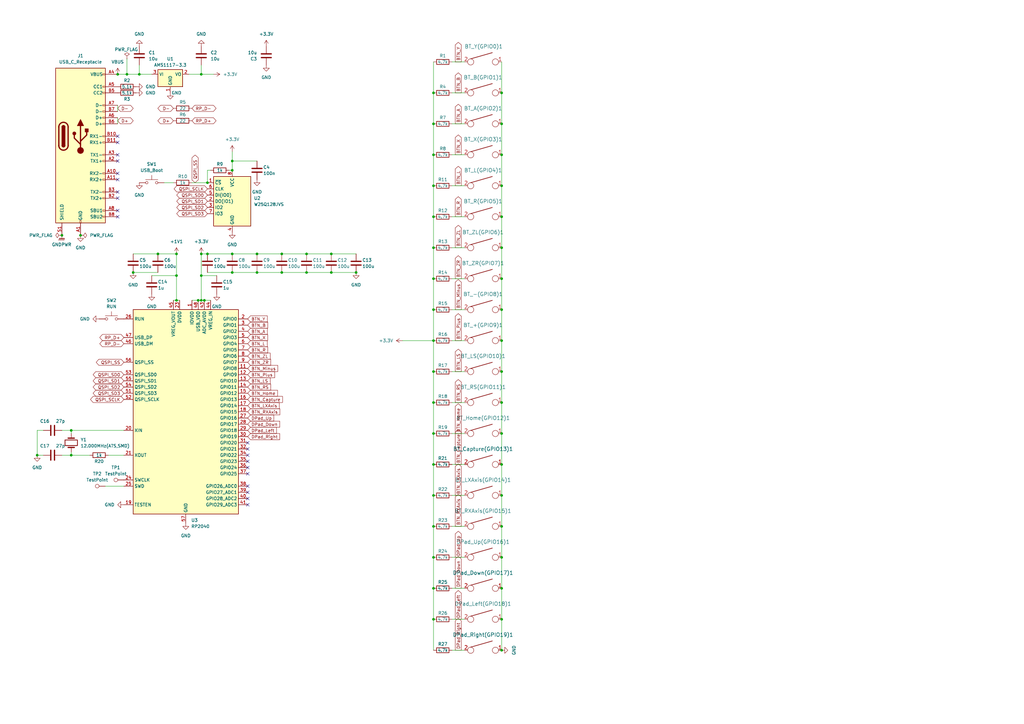
<source format=kicad_sch>
(kicad_sch (version 20230121) (generator eeschema)
  (paper "A3")
  (lib_symbols
    (symbol "Connector:TestPoint" (pin_numbers hide) (pin_names (offset 0.762) hide)
      (property "Reference" "TP" (at 0 6.858 0))
      (property "Value" "TestPoint" (at 0 5.08 0))
      (symbol "TestPoint_1_1"
        (pin passive line (at 0 0 90) (length 2.54) (name "1") (number "1"))
      )
    )
    (symbol "Connector:USB_C_Receptacle" (pin_names (offset 1.016))
      (property "Reference" "J" (at -10.16 29.21 0))
      (property "Value" "USB_C_Receptacle" (at 10.16 29.21 0))
      (symbol "USB_C_Receptacle_1_1"
        (pin passive line (at 0 -40.64 90) (length 5.08) (name "GND") (number "A1"))
        (pin bidirectional line (at 15.24 -15.24 180) (length 5.08) (name "RX2-") (number "A10"))
        (pin bidirectional line (at 15.24 -17.78 180) (length 5.08) (name "RX2+") (number "A11"))
        (pin passive line (at 0 -40.64 90) (length 5.08) hide (name "GND") (number "A12"))
        (pin bidirectional line (at 15.24 -10.16 180) (length 5.08) (name "TX1+") (number "A2"))
        (pin bidirectional line (at 15.24 -7.62 180) (length 5.08) (name "TX1-") (number "A3"))
        (pin passive line (at 15.24 25.4 180) (length 5.08) (name "VBUS") (number "A4"))
        (pin bidirectional line (at 15.24 20.32 180) (length 5.08) (name "CC1") (number "A5"))
        (pin bidirectional line (at 15.24 7.62 180) (length 5.08) (name "D+") (number "A6"))
        (pin bidirectional line (at 15.24 12.7 180) (length 5.08) (name "D-") (number "A7"))
        (pin bidirectional line (at 15.24 -30.48 180) (length 5.08) (name "SBU1") (number "A8"))
        (pin passive line (at 15.24 25.4 180) (length 5.08) hide (name "VBUS") (number "A9"))
        (pin passive line (at 0 -40.64 90) (length 5.08) hide (name "GND") (number "B1"))
        (pin bidirectional line (at 15.24 0 180) (length 5.08) (name "RX1-") (number "B10"))
        (pin bidirectional line (at 15.24 -2.54 180) (length 5.08) (name "RX1+") (number "B11"))
        (pin passive line (at 0 -40.64 90) (length 5.08) hide (name "GND") (number "B12"))
        (pin bidirectional line (at 15.24 -25.4 180) (length 5.08) (name "TX2+") (number "B2"))
        (pin bidirectional line (at 15.24 -22.86 180) (length 5.08) (name "TX2-") (number "B3"))
        (pin passive line (at 15.24 25.4 180) (length 5.08) hide (name "VBUS") (number "B4"))
        (pin bidirectional line (at 15.24 17.78 180) (length 5.08) (name "CC2") (number "B5"))
        (pin bidirectional line (at 15.24 5.08 180) (length 5.08) (name "D+") (number "B6"))
        (pin bidirectional line (at 15.24 10.16 180) (length 5.08) (name "D-") (number "B7"))
        (pin bidirectional line (at 15.24 -33.02 180) (length 5.08) (name "SBU2") (number "B8"))
        (pin passive line (at 15.24 25.4 180) (length 5.08) hide (name "VBUS") (number "B9"))
        (pin passive line (at -7.62 -40.64 90) (length 5.08) (name "SHIELD") (number "S1"))
      )
    )
    (symbol "Device:C" (pin_numbers hide) (pin_names (offset 0.254))
      (property "Reference" "C" (at 0.635 2.54 0))
      (property "Value" "C" (at 0.635 -2.54 0))
      (symbol "C_1_1"
        (pin passive line (at 0 3.81 270) (length 2.794) (name "~") (number "1"))
        (pin passive line (at 0 -3.81 90) (length 2.794) (name "~") (number "2"))
      )
    )
    (symbol "Device:Crystal" (pin_numbers hide) (pin_names (offset 1.016) hide)
      (property "Reference" "Y" (at 0 3.81 0))
      (property "Value" "Crystal" (at 0 -3.81 0))
      (symbol "Crystal_1_1"
        (pin passive line (at -3.81 0 0) (length 1.27) (name "1") (number "1"))
        (pin passive line (at 3.81 0 180) (length 1.27) (name "2") (number "2"))
      )
    )
    (symbol "Device:R" (pin_numbers hide) (pin_names (offset 0))
      (property "Reference" "R" (at 2.032 0 90))
      (property "Value" "R" (at 0 0 90))
      (symbol "R_1_1"
        (pin passive line (at 0 3.81 270) (length 1.27) (name "~") (number "1"))
        (pin passive line (at 0 -3.81 90) (length 1.27) (name "~") (number "2"))
      )
    )
    (symbol "MCU_RaspberryPi:RP2040"
      (property "Reference" "U" (at 17.78 45.72 0))
      (property "Value" "RP2040" (at 17.78 43.18 0))
      (symbol "RP2040_1_1"
        (pin power_in line (at 2.54 45.72 270) (length 3.81) (name "IOVDD") (number "1"))
        (pin passive line (at 2.54 45.72 270) (length 3.81) hide (name "IOVDD") (number "10"))
        (pin bidirectional line (at 25.4 17.78 180) (length 3.81) (name "GPIO8") (number "11"))
        (pin bidirectional line (at 25.4 15.24 180) (length 3.81) (name "GPIO9") (number "12"))
        (pin bidirectional line (at 25.4 12.7 180) (length 3.81) (name "GPIO10") (number "13"))
        (pin bidirectional line (at 25.4 10.16 180) (length 3.81) (name "GPIO11") (number "14"))
        (pin bidirectional line (at 25.4 7.62 180) (length 3.81) (name "GPIO12") (number "15"))
        (pin bidirectional line (at 25.4 5.08 180) (length 3.81) (name "GPIO13") (number "16"))
        (pin bidirectional line (at 25.4 2.54 180) (length 3.81) (name "GPIO14") (number "17"))
        (pin bidirectional line (at 25.4 0 180) (length 3.81) (name "GPIO15") (number "18"))
        (pin input line (at -25.4 -38.1 0) (length 3.81) (name "TESTEN") (number "19"))
        (pin bidirectional line (at 25.4 38.1 180) (length 3.81) (name "GPIO0") (number "2"))
        (pin input line (at -25.4 -7.62 0) (length 3.81) (name "XIN") (number "20"))
        (pin passive line (at -25.4 -17.78 0) (length 3.81) (name "XOUT") (number "21"))
        (pin passive line (at 2.54 45.72 270) (length 3.81) hide (name "IOVDD") (number "22"))
        (pin power_in line (at -2.54 45.72 270) (length 3.81) (name "DVDD") (number "23"))
        (pin input line (at -25.4 -27.94 0) (length 3.81) (name "SWCLK") (number "24"))
        (pin bidirectional line (at -25.4 -30.48 0) (length 3.81) (name "SWD") (number "25"))
        (pin input line (at -25.4 38.1 0) (length 3.81) (name "RUN") (number "26"))
        (pin bidirectional line (at 25.4 -2.54 180) (length 3.81) (name "GPIO16") (number "27"))
        (pin bidirectional line (at 25.4 -5.08 180) (length 3.81) (name "GPIO17") (number "28"))
        (pin bidirectional line (at 25.4 -7.62 180) (length 3.81) (name "GPIO18") (number "29"))
        (pin bidirectional line (at 25.4 35.56 180) (length 3.81) (name "GPIO1") (number "3"))
        (pin bidirectional line (at 25.4 -10.16 180) (length 3.81) (name "GPIO19") (number "30"))
        (pin bidirectional line (at 25.4 -12.7 180) (length 3.81) (name "GPIO20") (number "31"))
        (pin bidirectional line (at 25.4 -15.24 180) (length 3.81) (name "GPIO21") (number "32"))
        (pin passive line (at 2.54 45.72 270) (length 3.81) hide (name "IOVDD") (number "33"))
        (pin bidirectional line (at 25.4 -17.78 180) (length 3.81) (name "GPIO22") (number "34"))
        (pin bidirectional line (at 25.4 -20.32 180) (length 3.81) (name "GPIO23") (number "35"))
        (pin bidirectional line (at 25.4 -22.86 180) (length 3.81) (name "GPIO24") (number "36"))
        (pin bidirectional line (at 25.4 -25.4 180) (length 3.81) (name "GPIO25") (number "37"))
        (pin bidirectional line (at 25.4 -30.48 180) (length 3.81) (name "GPIO26_ADC0") (number "38"))
        (pin bidirectional line (at 25.4 -33.02 180) (length 3.81) (name "GPIO27_ADC1") (number "39"))
        (pin bidirectional line (at 25.4 33.02 180) (length 3.81) (name "GPIO2") (number "4"))
        (pin bidirectional line (at 25.4 -35.56 180) (length 3.81) (name "GPIO28_ADC2") (number "40"))
        (pin bidirectional line (at 25.4 -38.1 180) (length 3.81) (name "GPIO29_ADC3") (number "41"))
        (pin passive line (at 2.54 45.72 270) (length 3.81) hide (name "IOVDD") (number "42"))
        (pin power_in line (at 7.62 45.72 270) (length 3.81) (name "ADC_AVDD") (number "43"))
        (pin power_in line (at 10.16 45.72 270) (length 3.81) (name "VREG_IN") (number "44"))
        (pin power_out line (at -5.08 45.72 270) (length 3.81) (name "VREG_VOUT") (number "45"))
        (pin bidirectional line (at -25.4 27.94 0) (length 3.81) (name "USB_DM") (number "46"))
        (pin bidirectional line (at -25.4 30.48 0) (length 3.81) (name "USB_DP") (number "47"))
        (pin power_in line (at 5.08 45.72 270) (length 3.81) (name "USB_VDD") (number "48"))
        (pin passive line (at 2.54 45.72 270) (length 3.81) hide (name "IOVDD") (number "49"))
        (pin bidirectional line (at 25.4 30.48 180) (length 3.81) (name "GPIO3") (number "5"))
        (pin passive line (at -2.54 45.72 270) (length 3.81) hide (name "DVDD") (number "50"))
        (pin bidirectional line (at -25.4 7.62 0) (length 3.81) (name "QSPI_SD3") (number "51"))
        (pin output line (at -25.4 5.08 0) (length 3.81) (name "QSPI_SCLK") (number "52"))
        (pin bidirectional line (at -25.4 15.24 0) (length 3.81) (name "QSPI_SD0") (number "53"))
        (pin bidirectional line (at -25.4 10.16 0) (length 3.81) (name "QSPI_SD2") (number "54"))
        (pin bidirectional line (at -25.4 12.7 0) (length 3.81) (name "QSPI_SD1") (number "55"))
        (pin bidirectional line (at -25.4 20.32 0) (length 3.81) (name "QSPI_SS") (number "56"))
        (pin power_in line (at 0 -45.72 90) (length 3.81) (name "GND") (number "57"))
        (pin bidirectional line (at 25.4 27.94 180) (length 3.81) (name "GPIO4") (number "6"))
        (pin bidirectional line (at 25.4 25.4 180) (length 3.81) (name "GPIO5") (number "7"))
        (pin bidirectional line (at 25.4 22.86 180) (length 3.81) (name "GPIO6") (number "8"))
        (pin bidirectional line (at 25.4 20.32 180) (length 3.81) (name "GPIO7") (number "9"))
      )
    )
    (symbol "Memory_Flash:W25Q128JVS"
      (property "Reference" "U" (at -8.89 8.89 0))
      (property "Value" "W25Q128JVS" (at 7.62 8.89 0))
      (symbol "W25Q128JVS_1_1"
        (pin input line (at -10.16 7.62 0) (length 2.54) (name "~{CS}") (number "1"))
        (pin bidirectional line (at -10.16 0 0) (length 2.54) (name "DO(IO1)") (number "2"))
        (pin bidirectional line (at -10.16 -2.54 0) (length 2.54) (name "IO2") (number "3"))
        (pin power_in line (at 0 -12.7 90) (length 2.54) (name "GND") (number "4"))
        (pin bidirectional line (at -10.16 2.54 0) (length 2.54) (name "DI(IO0)") (number "5"))
        (pin input line (at -10.16 5.08 0) (length 2.54) (name "CLK") (number "6"))
        (pin bidirectional line (at -10.16 -5.08 0) (length 2.54) (name "IO3") (number "7"))
        (pin power_in line (at 0 12.7 270) (length 2.54) (name "VCC") (number "8"))
      )
    )
    (symbol "Regulator_Linear:AMS1117-3.3"
      (property "Reference" "U" (at -3.81 3.175 0))
      (property "Value" "AMS1117-3.3" (at 0 3.175 0))
      (symbol "AMS1117-3.3_1_1"
        (pin power_in line (at 0 -7.62 90) (length 2.54) (name "GND") (number "1"))
        (pin power_out line (at 7.62 0 180) (length 2.54) (name "VO") (number "2"))
        (pin power_in line (at -7.62 0 0) (length 2.54) (name "VI") (number "3"))
      )
    )
    (symbol "Switch:SW_Push" (pin_numbers hide) (pin_names (offset 1.016) hide)
      (property "Reference" "SW" (at 1.27 2.54 0))
      (property "Value" "SW_Push" (at 0 -1.524 0))
      (symbol "SW_Push_0_1"
        (pin passive line (at -5.08 0 0) (length 2.54) (name "1") (number "1"))
        (pin passive line (at 5.08 0 180) (length 2.54) (name "2") (number "2"))
      )
    )
    (symbol "keyboard_parts:KEYSW" (pin_names (offset 1.016))
      (property "Reference" "K?" (at -1.27 0 0))
      (symbol "KEYSW_1_1"
        (pin passive line (at 7.62 0 180) (length 1.27) (name "~") (number "1"))
        (pin passive line (at -7.62 0 0) (length 1.27) (name "~") (number "2"))
      )
    )
    (symbol "power:+1V1" (power) (pin_names (offset 0))
      (property "Value" "+1V1" (at 0 3.556 0))
      (symbol "+1V1_1_1"
        (pin power_in line (at 0 0 90) (length 0) hide (name "+1V1") (number "1"))
      )
    )
    (symbol "power:+3.3V" (power) (pin_names (offset 0))
      (property "Value" "+3.3V" (at 0 3.556 0))
      (symbol "+3.3V_1_1"
        (pin power_in line (at 0 0 90) (length 0) hide (name "+3.3V") (number "1"))
      )
    )
    (symbol "power:GND" (power) (pin_names (offset 0))
      (property "Value" "GND" (at 0 -3.81 0))
      (symbol "GND_1_1"
        (pin power_in line (at 0 0 270) (length 0) hide (name "GND") (number "1"))
      )
    )
    (symbol "power:GNDPWR" (power) (pin_names (offset 0))
      (property "Value" "GNDPWR" (at 0 -3.302 0))
      (symbol "GNDPWR_1_1"
        (pin power_in line (at 0 0 270) (length 0) hide (name "GNDPWR") (number "1"))
      )
    )
    (symbol "power:PWR_FLAG" (power) (pin_numbers hide) (pin_names (offset 0) hide)
      (property "Value" "PWR_FLAG" (at 0 3.81 0))
      (symbol "PWR_FLAG_0_0"
        (pin power_out line (at 0 0 90) (length 0) (name "pwr") (number "1"))
      )
    )
    (symbol "power:VBUS" (power) (pin_names (offset 0))
      (property "Value" "VBUS" (at 0 3.81 0))
      (symbol "VBUS_1_1"
        (pin power_in line (at 0 0 90) (length 0) hide (name "VBUS") (number "1"))
      )
    )
  )
  (junction (at 177.8 88.9))
  (junction (at 177.8 165.1))
  (junction (at 72.39 104.14))
  (junction (at 125.73 111.76))
  (junction (at 135.89 111.76))
  (junction (at 177.8 114.3))
  (junction (at 205.74 38.1))
  (junction (at 82.55 113.03))
  (junction (at 205.74 101.6))
  (junction (at 177.8 139.7))
  (junction (at 48.26 30.48))
  (junction (at 95.25 69.85))
  (junction (at 72.39 113.03))
  (junction (at 177.8 203.2))
  (junction (at 64.77 104.14))
  (junction (at 205.74 165.1))
  (junction (at 205.74 203.2))
  (junction (at 205.74 76.2))
  (junction (at 25.4 96.52))
  (junction (at 105.41 111.76))
  (junction (at 205.74 114.3))
  (junction (at 205.74 127))
  (junction (at 105.41 104.14))
  (junction (at 72.39 123.19))
  (junction (at 177.8 50.8))
  (junction (at 205.74 50.8))
  (junction (at 125.73 104.14))
  (junction (at 177.8 190.5))
  (junction (at 115.57 104.14))
  (junction (at 82.55 30.48))
  (junction (at 83.82 123.19))
  (junction (at 82.55 123.19))
  (junction (at 33.02 96.52))
  (junction (at 205.74 190.5))
  (junction (at 177.8 127))
  (junction (at 177.8 228.6))
  (junction (at 205.74 228.6))
  (junction (at 205.74 63.5))
  (junction (at 205.74 215.9))
  (junction (at 177.8 76.2))
  (junction (at 52.07 30.48))
  (junction (at 205.74 241.3))
  (junction (at 177.8 63.5))
  (junction (at 177.8 177.8))
  (junction (at 177.8 254))
  (junction (at 177.8 215.9))
  (junction (at 205.74 88.9))
  (junction (at 85.09 104.14))
  (junction (at 85.09 74.93))
  (junction (at 29.21 186.69))
  (junction (at 205.74 177.8))
  (junction (at 115.57 111.76))
  (junction (at 15.24 186.69))
  (junction (at 205.74 139.7))
  (junction (at 29.21 176.53))
  (junction (at 135.89 104.14))
  (junction (at 177.8 38.1))
  (junction (at 205.74 152.4))
  (junction (at 205.74 266.7))
  (junction (at 205.74 254))
  (junction (at 177.8 152.4))
  (junction (at 177.8 101.6))
  (junction (at 81.28 123.19))
  (junction (at 146.05 111.76))
  (junction (at 57.15 30.48))
  (junction (at 95.25 66.04))
  (junction (at 95.25 104.14))
  (junction (at 177.8 241.3))
  (junction (at 95.25 111.76))
  (junction (at 82.55 104.14))
  (junction (at 54.61 111.76))
  (no_connect (at 101.6 191.77))
  (no_connect (at 48.26 73.66))
  (no_connect (at 101.6 184.15))
  (no_connect (at 101.6 199.39))
  (no_connect (at 48.26 86.36))
  (no_connect (at 48.26 78.74))
  (no_connect (at 101.6 186.69))
  (no_connect (at 101.6 194.31))
  (no_connect (at 48.26 55.88))
  (no_connect (at 48.26 88.9))
  (no_connect (at 101.6 189.23))
  (no_connect (at 101.6 207.01))
  (no_connect (at 101.6 201.93))
  (no_connect (at 48.26 71.12))
  (no_connect (at 48.26 63.5))
  (no_connect (at 48.26 66.04))
  (no_connect (at 48.26 81.28))
  (no_connect (at 101.6 204.47))
  (no_connect (at 101.6 181.61))
  (no_connect (at 48.26 58.42))
  (wire (pts (xy 25.4 176.53) (xy 29.21 176.53)))
  (wire (pts (xy 85.09 111.76) (xy 95.25 111.76)))
  (wire (pts (xy 177.8 88.9) (xy 177.8 101.6)))
  (wire (pts (xy 205.74 63.5) (xy 205.74 76.2)))
  (wire (pts (xy 15.24 176.53) (xy 15.24 186.69)))
  (wire (pts (xy 185.42 25.4) (xy 190.5 25.4)))
  (wire (pts (xy 81.28 123.19) (xy 82.55 123.19)))
  (wire (pts (xy 85.09 104.14) (xy 95.25 104.14)))
  (wire (pts (xy 72.39 123.19) (xy 73.66 123.19)))
  (wire (pts (xy 43.18 199.39) (xy 50.8 199.39)))
  (wire (pts (xy 177.8 203.2) (xy 177.8 215.9)))
  (wire (pts (xy 52.07 30.48) (xy 57.15 30.48)))
  (wire (pts (xy 44.45 186.69) (xy 50.8 186.69)))
  (wire (pts (xy 29.21 176.53) (xy 29.21 177.8)))
  (wire (pts (xy 205.74 101.6) (xy 205.74 114.3)))
  (wire (pts (xy 205.74 127) (xy 205.74 139.7)))
  (wire (pts (xy 93.98 69.85) (xy 95.25 69.85)))
  (wire (pts (xy 185.42 190.5) (xy 190.5 190.5)))
  (wire (pts (xy 72.39 104.14) (xy 72.39 113.03)))
  (wire (pts (xy 95.25 62.23) (xy 95.25 66.04)))
  (wire (pts (xy 185.42 114.3) (xy 190.5 114.3)))
  (wire (pts (xy 177.8 101.6) (xy 177.8 114.3)))
  (wire (pts (xy 71.12 74.93) (xy 67.31 74.93)))
  (wire (pts (xy 54.61 104.14) (xy 64.77 104.14)))
  (wire (pts (xy 205.74 152.4) (xy 205.74 165.1)))
  (wire (pts (xy 205.74 177.8) (xy 205.74 190.5)))
  (wire (pts (xy 185.42 101.6) (xy 190.5 101.6)))
  (wire (pts (xy 177.8 254) (xy 177.8 266.7)))
  (wire (pts (xy 185.42 266.7) (xy 190.5 266.7)))
  (wire (pts (xy 205.74 50.8) (xy 205.74 63.5)))
  (wire (pts (xy 205.74 25.4) (xy 205.74 38.1)))
  (wire (pts (xy 177.8 152.4) (xy 177.8 165.1)))
  (wire (pts (xy 185.42 38.1) (xy 190.5 38.1)))
  (wire (pts (xy 78.74 123.19) (xy 81.28 123.19)))
  (wire (pts (xy 57.15 26.67) (xy 57.15 30.48)))
  (wire (pts (xy 72.39 113.03) (xy 72.39 123.19)))
  (wire (pts (xy 205.74 114.3) (xy 205.74 127)))
  (wire (pts (xy 205.74 215.9) (xy 205.74 228.6)))
  (wire (pts (xy 52.07 24.13) (xy 52.07 30.48)))
  (wire (pts (xy 86.36 69.85) (xy 85.09 69.85)))
  (wire (pts (xy 82.55 26.67) (xy 82.55 30.48)))
  (wire (pts (xy 185.42 152.4) (xy 190.5 152.4)))
  (wire (pts (xy 82.55 123.19) (xy 83.82 123.19)))
  (wire (pts (xy 125.73 111.76) (xy 135.89 111.76)))
  (wire (pts (xy 29.21 186.69) (xy 29.21 185.42)))
  (wire (pts (xy 85.09 69.85) (xy 85.09 74.93)))
  (wire (pts (xy 205.74 241.3) (xy 205.74 254)))
  (wire (pts (xy 177.8 190.5) (xy 177.8 203.2)))
  (wire (pts (xy 205.74 139.7) (xy 205.74 152.4)))
  (wire (pts (xy 115.57 104.14) (xy 125.73 104.14)))
  (wire (pts (xy 177.8 165.1) (xy 177.8 177.8)))
  (wire (pts (xy 205.74 88.9) (xy 205.74 101.6)))
  (wire (pts (xy 185.42 228.6) (xy 190.5 228.6)))
  (wire (pts (xy 115.57 111.76) (xy 125.73 111.76)))
  (wire (pts (xy 83.82 123.19) (xy 86.36 123.19)))
  (wire (pts (xy 105.41 111.76) (xy 115.57 111.76)))
  (wire (pts (xy 177.8 63.5) (xy 177.8 76.2)))
  (wire (pts (xy 185.42 76.2) (xy 190.5 76.2)))
  (wire (pts (xy 82.55 104.14) (xy 82.55 113.03)))
  (wire (pts (xy 185.42 177.8) (xy 190.5 177.8)))
  (wire (pts (xy 105.41 104.14) (xy 115.57 104.14)))
  (wire (pts (xy 165.1 139.7) (xy 177.8 139.7)))
  (wire (pts (xy 185.42 241.3) (xy 190.5 241.3)))
  (wire (pts (xy 185.42 203.2) (xy 190.5 203.2)))
  (wire (pts (xy 185.42 215.9) (xy 190.5 215.9)))
  (wire (pts (xy 95.25 111.76) (xy 105.41 111.76)))
  (wire (pts (xy 177.8 50.8) (xy 177.8 63.5)))
  (wire (pts (xy 50.8 176.53) (xy 29.21 176.53)))
  (wire (pts (xy 25.4 186.69) (xy 29.21 186.69)))
  (wire (pts (xy 177.8 127) (xy 177.8 139.7)))
  (wire (pts (xy 15.24 186.69) (xy 17.78 186.69)))
  (wire (pts (xy 62.23 113.03) (xy 72.39 113.03)))
  (wire (pts (xy 177.8 215.9) (xy 177.8 228.6)))
  (wire (pts (xy 177.8 38.1) (xy 177.8 50.8)))
  (wire (pts (xy 205.74 190.5) (xy 205.74 203.2)))
  (wire (pts (xy 177.8 241.3) (xy 177.8 254)))
  (wire (pts (xy 87.63 30.48) (xy 82.55 30.48)))
  (wire (pts (xy 135.89 111.76) (xy 146.05 111.76)))
  (wire (pts (xy 177.8 139.7) (xy 177.8 152.4)))
  (wire (pts (xy 54.61 111.76) (xy 64.77 111.76)))
  (wire (pts (xy 205.74 254) (xy 205.74 266.7)))
  (wire (pts (xy 185.42 63.5) (xy 190.5 63.5)))
  (wire (pts (xy 78.74 74.93) (xy 85.09 74.93)))
  (wire (pts (xy 29.21 186.69) (xy 36.83 186.69)))
  (wire (pts (xy 82.55 104.14) (xy 85.09 104.14)))
  (wire (pts (xy 205.74 165.1) (xy 205.74 177.8)))
  (wire (pts (xy 95.25 66.04) (xy 95.25 69.85)))
  (wire (pts (xy 177.8 114.3) (xy 177.8 127)))
  (wire (pts (xy 185.42 88.9) (xy 190.5 88.9)))
  (wire (pts (xy 185.42 165.1) (xy 190.5 165.1)))
  (wire (pts (xy 185.42 50.8) (xy 190.5 50.8)))
  (wire (pts (xy 177.8 228.6) (xy 177.8 241.3)))
  (wire (pts (xy 82.55 113.03) (xy 82.55 123.19)))
  (wire (pts (xy 185.42 127) (xy 190.5 127)))
  (wire (pts (xy 48.26 48.26) (xy 48.26 50.8)))
  (wire (pts (xy 205.74 76.2) (xy 205.74 88.9)))
  (wire (pts (xy 17.78 176.53) (xy 15.24 176.53)))
  (wire (pts (xy 95.25 66.04) (xy 105.41 66.04)))
  (wire (pts (xy 177.8 25.4) (xy 177.8 38.1)))
  (wire (pts (xy 48.26 43.18) (xy 48.26 45.72)))
  (wire (pts (xy 177.8 177.8) (xy 177.8 190.5)))
  (wire (pts (xy 185.42 254) (xy 190.5 254)))
  (wire (pts (xy 135.89 104.14) (xy 146.05 104.14)))
  (wire (pts (xy 82.55 113.03) (xy 88.9 113.03)))
  (wire (pts (xy 177.8 76.2) (xy 177.8 88.9)))
  (wire (pts (xy 71.12 123.19) (xy 72.39 123.19)))
  (wire (pts (xy 185.42 139.7) (xy 190.5 139.7)))
  (wire (pts (xy 125.73 104.14) (xy 135.89 104.14)))
  (wire (pts (xy 64.77 104.14) (xy 72.39 104.14)))
  (wire (pts (xy 205.74 38.1) (xy 205.74 50.8)))
  (wire (pts (xy 57.15 30.48) (xy 62.23 30.48)))
  (wire (pts (xy 205.74 228.6) (xy 205.74 241.3)))
  (wire (pts (xy 48.26 30.48) (xy 52.07 30.48)))
  (wire (pts (xy 77.47 30.48) (xy 82.55 30.48)))
  (wire (pts (xy 205.74 203.2) (xy 205.74 215.9)))
  (wire (pts (xy 95.25 104.14) (xy 105.41 104.14)))
  (global_label "BTN_L" (shape output) (at 187.96 76.2 90) (property "Intersheetrefs" "${INTERSHEET_REFS}" (effects hide)))
  (global_label "RP_D-" (shape bidirectional) (at 50.8 140.97 180) (property "Intersheetrefs" "${INTERSHEET_REFS}" (effects hide)))
  (global_label "QSPI_SS" (shape bidirectional) (at 50.8 148.59 180) (property "Intersheetrefs" "${INTERSHEET_REFS}" (effects hide)))
  (global_label "BTN_LS" (shape input) (at 101.6 156.21 0) (property "Intersheetrefs" "${INTERSHEET_REFS}" (effects hide)))
  (global_label "BTN_R" (shape output) (at 187.96 88.9 90) (property "Intersheetrefs" "${INTERSHEET_REFS}" (effects hide)))
  (global_label "BTN_LXAxis" (shape input) (at 101.6 166.37 0) (property "Intersheetrefs" "${INTERSHEET_REFS}" (effects hide)))
  (global_label "BTN_Minus" (shape input) (at 101.6 151.13 0) (property "Intersheetrefs" "${INTERSHEET_REFS}" (effects hide)))
  (global_label "BTN_B" (shape output) (at 187.96 38.1 90) (property "Intersheetrefs" "${INTERSHEET_REFS}" (effects hide)))
  (global_label "DPad_Right" (shape input) (at 101.6 179.07 0) (property "Intersheetrefs" "${INTERSHEET_REFS}" (effects hide)))
  (global_label "QSPI_SD3" (shape bidirectional) (at 50.8 161.29 180) (property "Intersheetrefs" "${INTERSHEET_REFS}" (effects hide)))
  (global_label "RP_D+" (shape bidirectional) (at 78.74 49.53 0) (property "Intersheetrefs" "${INTERSHEET_REFS}" (effects hide)))
  (global_label "QSPI_SD3" (shape bidirectional) (at 85.09 87.63 180) (property "Intersheetrefs" "${INTERSHEET_REFS}" (effects hide)))
  (global_label "DPad_Left" (shape input) (at 101.6 176.53 0) (property "Intersheetrefs" "${INTERSHEET_REFS}" (effects hide)))
  (global_label "D-" (shape bidirectional) (at 71.12 44.45 180) (property "Intersheetrefs" "${INTERSHEET_REFS}" (effects hide)))
  (global_label "BTN_Minus" (shape output) (at 187.96 127 90) (property "Intersheetrefs" "${INTERSHEET_REFS}" (effects hide)))
  (global_label "BTN_Y" (shape output) (at 187.96 25.4 90) (property "Intersheetrefs" "${INTERSHEET_REFS}" (effects hide)))
  (global_label "DPad_Up" (shape input) (at 101.6 171.45 0) (property "Intersheetrefs" "${INTERSHEET_REFS}" (effects hide)))
  (global_label "DPad_Down" (shape input) (at 101.6 173.99 0) (property "Intersheetrefs" "${INTERSHEET_REFS}" (effects hide)))
  (global_label "BTN_RXAxis" (shape output) (at 187.96 215.9 90) (property "Intersheetrefs" "${INTERSHEET_REFS}" (effects hide)))
  (global_label "DPad_Left" (shape output) (at 187.96 254 90) (property "Intersheetrefs" "${INTERSHEET_REFS}" (effects hide)))
  (global_label "QSPI_SCLK" (shape bidirectional) (at 85.09 77.47 180) (property "Intersheetrefs" "${INTERSHEET_REFS}" (effects hide)))
  (global_label "RP_D+" (shape bidirectional) (at 50.8 138.43 180) (property "Intersheetrefs" "${INTERSHEET_REFS}" (effects hide)))
  (global_label "QSPI_SD1" (shape bidirectional) (at 50.8 156.21 180) (property "Intersheetrefs" "${INTERSHEET_REFS}" (effects hide)))
  (global_label "BTN_ZR" (shape output) (at 187.96 114.3 90) (property "Intersheetrefs" "${INTERSHEET_REFS}" (effects hide)))
  (global_label "BTN_Y" (shape input) (at 101.6 130.81 0) (property "Intersheetrefs" "${INTERSHEET_REFS}" (effects hide)))
  (global_label "DPad_Up" (shape output) (at 187.96 228.6 90) (property "Intersheetrefs" "${INTERSHEET_REFS}" (effects hide)))
  (global_label "RP_D-" (shape bidirectional) (at 78.74 44.45 0) (property "Intersheetrefs" "${INTERSHEET_REFS}" (effects hide)))
  (global_label "QSPI_SD0" (shape bidirectional) (at 85.09 80.01 180) (property "Intersheetrefs" "${INTERSHEET_REFS}" (effects hide)))
  (global_label "DPad_Down" (shape output) (at 187.96 241.3 90) (property "Intersheetrefs" "${INTERSHEET_REFS}" (effects hide)))
  (global_label "BTN_Capture" (shape output) (at 187.96 190.5 90) (property "Intersheetrefs" "${INTERSHEET_REFS}" (effects hide)))
  (global_label "QSPI_SS" (shape bidirectional) (at 80.01 74.93 90) (property "Intersheetrefs" "${INTERSHEET_REFS}" (effects hide)))
  (global_label "D+" (shape bidirectional) (at 48.26 49.53 0) (property "Intersheetrefs" "${INTERSHEET_REFS}" (effects hide)))
  (global_label "BTN_LS" (shape output) (at 187.96 152.4 90) (property "Intersheetrefs" "${INTERSHEET_REFS}" (effects hide)))
  (global_label "BTN_L" (shape input) (at 101.6 140.97 0) (property "Intersheetrefs" "${INTERSHEET_REFS}" (effects hide)))
  (global_label "QSPI_SD1" (shape bidirectional) (at 85.09 82.55 180) (property "Intersheetrefs" "${INTERSHEET_REFS}" (effects hide)))
  (global_label "DPad_Right" (shape output) (at 187.96 266.7 90) (property "Intersheetrefs" "${INTERSHEET_REFS}" (effects hide)))
  (global_label "BTN_B" (shape input) (at 101.6 133.35 0) (property "Intersheetrefs" "${INTERSHEET_REFS}" (effects hide)))
  (global_label "BTN_Plus" (shape output) (at 187.96 139.7 90) (property "Intersheetrefs" "${INTERSHEET_REFS}" (effects hide)))
  (global_label "BTN_RXAxis" (shape input) (at 101.6 168.91 0) (property "Intersheetrefs" "${INTERSHEET_REFS}" (effects hide)))
  (global_label "D-" (shape bidirectional) (at 48.26 44.45 0) (property "Intersheetrefs" "${INTERSHEET_REFS}" (effects hide)))
  (global_label "BTN_LXAxis" (shape output) (at 187.96 203.2 90) (property "Intersheetrefs" "${INTERSHEET_REFS}" (effects hide)))
  (global_label "BTN_X" (shape output) (at 187.96 63.5 90) (property "Intersheetrefs" "${INTERSHEET_REFS}" (effects hide)))
  (global_label "BTN_RS" (shape input) (at 101.6 158.75 0) (property "Intersheetrefs" "${INTERSHEET_REFS}" (effects hide)))
  (global_label "BTN_A" (shape input) (at 101.6 135.89 0) (property "Intersheetrefs" "${INTERSHEET_REFS}" (effects hide)))
  (global_label "QSPI_SD2" (shape bidirectional) (at 85.09 85.09 180) (property "Intersheetrefs" "${INTERSHEET_REFS}" (effects hide)))
  (global_label "BTN_R" (shape input) (at 101.6 143.51 0) (property "Intersheetrefs" "${INTERSHEET_REFS}" (effects hide)))
  (global_label "BTN_A" (shape output) (at 187.96 50.8 90) (property "Intersheetrefs" "${INTERSHEET_REFS}" (effects hide)))
  (global_label "QSPI_SD0" (shape bidirectional) (at 50.8 153.67 180) (property "Intersheetrefs" "${INTERSHEET_REFS}" (effects hide)))
  (global_label "BTN_ZL" (shape output) (at 187.96 101.6 90) (property "Intersheetrefs" "${INTERSHEET_REFS}" (effects hide)))
  (global_label "BTN_Home" (shape input) (at 101.6 161.29 0) (property "Intersheetrefs" "${INTERSHEET_REFS}" (effects hide)))
  (global_label "QSPI_SCLK" (shape bidirectional) (at 50.8 163.83 180) (property "Intersheetrefs" "${INTERSHEET_REFS}" (effects hide)))
  (global_label "BTN_Capture" (shape input) (at 101.6 163.83 0) (property "Intersheetrefs" "${INTERSHEET_REFS}" (effects hide)))
  (global_label "BTN_ZL" (shape input) (at 101.6 146.05 0) (property "Intersheetrefs" "${INTERSHEET_REFS}" (effects hide)))
  (global_label "BTN_Plus" (shape input) (at 101.6 153.67 0) (property "Intersheetrefs" "${INTERSHEET_REFS}" (effects hide)))
  (global_label "QSPI_SD2" (shape bidirectional) (at 50.8 158.75 180) (property "Intersheetrefs" "${INTERSHEET_REFS}" (effects hide)))
  (global_label "BTN_ZR" (shape input) (at 101.6 148.59 0) (property "Intersheetrefs" "${INTERSHEET_REFS}" (effects hide)))
  (global_label "D+" (shape bidirectional) (at 71.12 49.53 180) (property "Intersheetrefs" "${INTERSHEET_REFS}" (effects hide)))
  (global_label "BTN_Home" (shape output) (at 187.96 177.8 90) (property "Intersheetrefs" "${INTERSHEET_REFS}" (effects hide)))
  (global_label "BTN_X" (shape input) (at 101.6 138.43 0) (property "Intersheetrefs" "${INTERSHEET_REFS}" (effects hide)))
  (global_label "BTN_RS" (shape output) (at 187.96 165.1 90) (property "Intersheetrefs" "${INTERSHEET_REFS}" (effects hide)))
  (symbol (lib_id "keyboard_parts:KEYSW") (at 198.12 114.3 0) (unit 1)
    (property "Reference" "BT_ZR(GPIO7)1" (at 198.12 107.95 0) (effects (font (size 1.524 1.524))))
    (property "Value" "KEYSW" (effects hide))
    (property "Footprint" "Button_Switch_Keyboard:SW_Cherry_MX_2.00u_PCB" (effects hide))
  )
  (symbol (lib_id "Device:R") (at 181.61 76.2 90) (unit 1)
    (property "Reference" "R11" (at 181.61 73.66 90))
    (property "Value" "4.7k" (at 181.61 76.2 90))
    (property "Footprint" "Resistor_SMD:R_0805_2012Metric_Pad1.20x1.40mm_HandSolder" (effects hide))
  )
  (symbol (lib_id "Device:R") (at 181.61 215.9 90) (unit 1)
    (property "Reference" "R23" (at 181.61 213.36 90))
    (property "Value" "4.7k" (at 181.61 215.9 90))
    (property "Footprint" "Resistor_SMD:R_0805_2012Metric_Pad1.20x1.40mm_HandSolder" (effects hide))
  )
  (symbol (lib_id "Device:R") (at 181.61 177.8 90) (unit 1)
    (property "Reference" "R19" (at 181.61 175.26 90))
    (property "Value" "4.7k" (at 181.61 177.8 90))
    (property "Footprint" "Resistor_SMD:R_0805_2012Metric_Pad1.20x1.40mm_HandSolder" (effects hide))
  )
  (symbol (lib_id "keyboard_parts:KEYSW") (at 198.12 241.3 0) (unit 1)
    (property "Reference" "DPad_Down(GPIO17)1" (at 198.12 234.95 0) (effects (font (size 1.524 1.524))))
    (property "Value" "KEYSW" (effects hide))
    (property "Footprint" "Button_Switch_Keyboard:SW_Cherry_MX_1.00u_PCB" (effects hide))
  )
  (symbol (lib_id "Device:C") (at 85.09 107.95 0) (unit 1)
    (property "Reference" "C7" (at 87.63 106.68 0) (effects (justify left)))
    (property "Value" "100u" (at 87.63 109.22 0) (effects (justify left)))
    (property "Footprint" "Capacitor_SMD:C_0805_2012Metric_Pad1.18x1.45mm_HandSolder" (effects hide))
  )
  (symbol (lib_id "power:GND") (at 88.9 120.65 0) (unit 1)
    (property "Reference" "#PWR021" (effects hide))
    (property "Value" "GND" (at 88.9 125.73 0))
  )
  (symbol (lib_id "Device:R") (at 52.07 35.56 90) (unit 1)
    (property "Reference" "R2" (at 52.07 33.02 90))
    (property "Value" "5.1k" (at 52.07 35.56 90))
    (property "Footprint" "Resistor_SMD:R_0805_2012Metric_Pad1.20x1.40mm_HandSolder" (effects hide))
  )
  (symbol (lib_id "power:GND") (at 15.24 186.69 0) (unit 1)
    (property "Reference" "#PWR024" (effects hide))
    (property "Value" "GND" (at 15.24 191.77 0))
  )
  (symbol (lib_id "power:GND") (at 146.05 111.76 0) (unit 1)
    (property "Reference" "#PWR019" (effects hide))
    (property "Value" "GND" (at 146.05 116.84 0))
  )
  (symbol (lib_id "Regulator_Linear:AMS1117-3.3") (at 69.85 30.48 0) (unit 1)
    (property "Reference" "U1" (at 69.85 24.13 0))
    (property "Value" "AMS1117-3.3" (at 69.85 26.67 0))
    (property "Footprint" "Package_TO_SOT_SMD:SOT-223-3_TabPin2" (effects hide))
    (property "Datasheet" "http://www.advanced-monolithic.com/pdf/ds1117.pdf" (effects hide))
  )
  (symbol (lib_id "Device:C") (at 21.59 186.69 90) (unit 1)
    (property "Reference" "C17" (at 20.32 182.88 90) (effects (justify left)))
    (property "Value" "27p" (at 26.67 182.88 90) (effects (justify left)))
    (property "Footprint" "Capacitor_SMD:C_0805_2012Metric_Pad1.18x1.45mm_HandSolder" (effects hide))
  )
  (symbol (lib_id "keyboard_parts:KEYSW") (at 198.12 152.4 0) (unit 1)
    (property "Reference" "BT_LS(GPIO10)1" (at 198.12 146.05 0) (effects (font (size 1.524 1.524))))
    (property "Value" "KEYSW" (effects hide))
    (property "Footprint" "Button_Switch_Keyboard:SW_Cherry_MX_1.00u_PCB" (effects hide))
  )
  (symbol (lib_id "MCU_RaspberryPi:RP2040") (at 76.2 168.91 0) (unit 1)
    (property "Reference" "U3" (at 78.3941 213.36 0) (effects (justify left)))
    (property "Value" "RP2040" (at 78.3941 215.9 0) (effects (justify left)))
    (property "Footprint" "Package_DFN_QFN:QFN-56-1EP_7x7mm_P0.4mm_EP3.2x3.2mm" (effects hide))
    (property "Datasheet" "https://datasheets.raspberrypi.com/rp2040/rp2040-datasheet.pdf" (effects hide))
  )
  (symbol (lib_id "Device:R") (at 181.61 25.4 90) (unit 1)
    (property "Reference" "R1" (at 181.61 22.86 90))
    (property "Value" "4.7k" (at 181.61 25.4 90))
    (property "Footprint" "Resistor_SMD:R_0805_2012Metric_Pad1.20x1.40mm_HandSolder" (effects hide))
  )
  (symbol (lib_id "power:+3.3V") (at 95.25 62.23 0) (unit 1)
    (property "Reference" "#PWR010" (effects hide))
    (property "Value" "+3.3V" (at 95.25 57.15 0))
  )
  (symbol (lib_id "power:GNDPWR") (at 25.4 96.52 0) (unit 1)
    (property "Reference" "#PWR014" (effects hide))
    (property "Value" "GNDPWR" (at 25.273 100.33 0))
  )
  (symbol (lib_id "keyboard_parts:KEYSW") (at 198.12 177.8 0) (unit 1)
    (property "Reference" "BT_Home(GPIO12)1" (at 198.12 171.45 0) (effects (font (size 1.524 1.524))))
    (property "Value" "KEYSW" (effects hide))
    (property "Footprint" "Button_Switch_Keyboard:SW_Cherry_MX_1.00u_PCB" (effects hide))
  )
  (symbol (lib_id "keyboard_parts:KEYSW") (at 198.12 165.1 0) (unit 1)
    (property "Reference" "BT_RS(GPIO11)1" (at 198.12 158.75 0) (effects (font (size 1.524 1.524))))
    (property "Value" "KEYSW" (effects hide))
    (property "Footprint" "Button_Switch_Keyboard:SW_Cherry_MX_1.00u_PCB" (effects hide))
  )
  (symbol (lib_id "Device:C") (at 105.41 69.85 0) (unit 1)
    (property "Reference" "C4" (at 107.95 68.58 0) (effects (justify left)))
    (property "Value" "100n" (at 107.95 71.12 0) (effects (justify left)))
    (property "Footprint" "Capacitor_SMD:C_0805_2012Metric_Pad1.18x1.45mm_HandSolder" (effects hide))
  )
  (symbol (lib_id "Device:C") (at 54.61 107.95 0) (unit 1)
    (property "Reference" "C5" (at 57.15 106.68 0) (effects (justify left)))
    (property "Value" "100u" (at 57.15 109.22 0) (effects (justify left)))
    (property "Footprint" "Capacitor_SMD:C_0805_2012Metric_Pad1.18x1.45mm_HandSolder" (effects hide))
  )
  (symbol (lib_id "Device:R") (at 181.61 241.3 90) (unit 1)
    (property "Reference" "R25" (at 181.61 238.76 90))
    (property "Value" "4.7k" (at 181.61 241.3 90))
    (property "Footprint" "Resistor_SMD:R_0805_2012Metric_Pad1.20x1.40mm_HandSolder" (effects hide))
  )
  (symbol (lib_id "keyboard_parts:KEYSW") (at 198.12 88.9 0) (unit 1)
    (property "Reference" "BT_R(GPIO5)1" (at 198.12 82.55 0) (effects (font (size 1.524 1.524))))
    (property "Value" "KEYSW" (effects hide))
    (property "Footprint" "Button_Switch_Keyboard:SW_Cherry_MX_1.00u_PCB" (effects hide))
  )
  (symbol (lib_id "power:+3.3V") (at 87.63 30.48 270) (unit 1)
    (property "Reference" "#PWR06" (effects hide))
    (property "Value" "+3.3V" (at 91.44 30.48 90) (effects (justify left)))
  )
  (symbol (lib_id "Device:R") (at 181.61 152.4 90) (unit 1)
    (property "Reference" "R17" (at 181.61 149.86 90))
    (property "Value" "4.7k" (at 181.61 152.4 90))
    (property "Footprint" "Resistor_SMD:R_0805_2012Metric_Pad1.20x1.40mm_HandSolder" (effects hide))
  )
  (symbol (lib_id "Device:R") (at 181.61 165.1 90) (unit 1)
    (property "Reference" "R18" (at 181.61 162.56 90))
    (property "Value" "4.7k" (at 181.61 165.1 90))
    (property "Footprint" "Resistor_SMD:R_0805_2012Metric_Pad1.20x1.40mm_HandSolder" (effects hide))
  )
  (symbol (lib_id "power:GND") (at 33.02 96.52 0) (unit 1)
    (property "Reference" "#PWR015" (effects hide))
    (property "Value" "GND" (at 33.02 101.6 0))
  )
  (symbol (lib_id "Device:R") (at 74.93 44.45 90) (unit 1)
    (property "Reference" "R5" (at 74.93 41.91 90))
    (property "Value" "22" (at 74.93 44.45 90))
    (property "Footprint" "Resistor_SMD:R_0805_2012Metric_Pad1.20x1.40mm_HandSolder" (effects hide))
  )
  (symbol (lib_id "power:GND") (at 76.2 214.63 0) (unit 1)
    (property "Reference" "#PWR026" (effects hide))
    (property "Value" "GND" (at 76.2 219.71 0))
  )
  (symbol (lib_id "keyboard_parts:KEYSW") (at 198.12 25.4 0) (unit 1)
    (property "Reference" "BT_Y(GPIO0)1" (at 190.5 19.05 0) (effects (font (size 1.524 1.524)) (justify left)))
    (property "Value" "KEYSW" (effects hide))
    (property "Footprint" "Button_Switch_Keyboard:SW_Cherry_MX_1.00u_PCB" (effects hide))
  )
  (symbol (lib_id "power:GND") (at 95.25 95.25 0) (unit 1)
    (property "Reference" "#PWR013" (effects hide))
    (property "Value" "GND" (at 95.25 100.33 0))
  )
  (symbol (lib_id "keyboard_parts:KEYSW") (at 198.12 203.2 0) (unit 1)
    (property "Reference" "BT_LXAxis(GPIO14)1" (at 198.12 196.85 0) (effects (font (size 1.524 1.524))))
    (property "Value" "KEYSW" (effects hide))
    (property "Footprint" "Button_Switch_Keyboard:SW_Cherry_MX_2.00u_PCB" (effects hide))
  )
  (symbol (lib_id "Device:R") (at 74.93 74.93 90) (unit 1)
    (property "Reference" "R10" (at 74.93 72.39 90))
    (property "Value" "1k" (at 74.93 74.93 90))
    (property "Footprint" "Resistor_SMD:R_0805_2012Metric_Pad1.20x1.40mm_HandSolder" (effects hide))
  )
  (symbol (lib_id "Device:C") (at 64.77 107.95 0) (unit 1)
    (property "Reference" "C6" (at 67.31 106.68 0) (effects (justify left)))
    (property "Value" "100u" (at 67.31 109.22 0) (effects (justify left)))
    (property "Footprint" "Capacitor_SMD:C_0805_2012Metric_Pad1.18x1.45mm_HandSolder" (effects hide))
  )
  (symbol (lib_id "Device:C") (at 82.55 22.86 0) (unit 1)
    (property "Reference" "C2" (at 86.36 21.59 0) (effects (justify left)))
    (property "Value" "10u" (at 86.36 24.13 0) (effects (justify left)))
    (property "Footprint" "Capacitor_SMD:C_0805_2012Metric_Pad1.18x1.45mm_HandSolder" (effects hide))
  )
  (symbol (lib_id "Device:R") (at 181.61 203.2 90) (unit 1)
    (property "Reference" "R22" (at 181.61 200.66 90))
    (property "Value" "4.7k" (at 181.61 203.2 90))
    (property "Footprint" "Resistor_SMD:R_0805_2012Metric_Pad1.20x1.40mm_HandSolder" (effects hide))
  )
  (symbol (lib_id "Device:R") (at 52.07 38.1 90) (unit 1)
    (property "Reference" "R3" (at 52.07 40.64 90))
    (property "Value" "5.1k" (at 52.07 38.1 90))
    (property "Footprint" "Resistor_SMD:R_0805_2012Metric_Pad1.20x1.40mm_HandSolder" (effects hide))
  )
  (symbol (lib_id "power:+1V1") (at 72.39 104.14 0) (unit 1)
    (property "Reference" "#PWR016" (effects hide))
    (property "Value" "+1V1" (at 72.39 99.06 0))
  )
  (symbol (lib_id "Device:R") (at 181.61 127 90) (unit 1)
    (property "Reference" "R15" (at 181.61 124.46 90))
    (property "Value" "4.7k" (at 181.61 127 90))
    (property "Footprint" "Resistor_SMD:R_0805_2012Metric_Pad1.20x1.40mm_HandSolder" (effects hide))
  )
  (symbol (lib_id "power:VBUS") (at 48.26 30.48 0) (unit 1)
    (property "Reference" "#PWR05" (effects hide))
    (property "Value" "VBUS" (at 48.26 25.4 0))
  )
  (symbol (lib_id "Device:R") (at 181.61 228.6 90) (unit 1)
    (property "Reference" "R24" (at 181.61 226.06 90))
    (property "Value" "4.7k" (at 181.61 228.6 90))
    (property "Footprint" "Resistor_SMD:R_0805_2012Metric_Pad1.20x1.40mm_HandSolder" (effects hide))
  )
  (symbol (lib_id "power:GND") (at 82.55 19.05 180) (unit 1)
    (property "Reference" "#PWR02" (effects hide))
    (property "Value" "GND" (at 82.55 13.97 0))
  )
  (symbol (lib_id "Device:R") (at 181.61 88.9 90) (unit 1)
    (property "Reference" "R12" (at 181.61 86.36 90))
    (property "Value" "4.7k" (at 181.61 88.9 90))
    (property "Footprint" "Resistor_SMD:R_0805_2012Metric_Pad1.20x1.40mm_HandSolder" (effects hide))
  )
  (symbol (lib_id "keyboard_parts:KEYSW") (at 198.12 190.5 0) (unit 1)
    (property "Reference" "BT_Capture(GPIO13)1" (at 198.12 184.15 0) (effects (font (size 1.524 1.524))))
    (property "Value" "KEYSW" (effects hide))
    (property "Footprint" "Button_Switch_Keyboard:SW_Cherry_MX_1.00u_PCB" (effects hide))
  )
  (symbol (lib_id "power:+3.3V") (at 165.1 139.7 90) (unit 1)
    (property "Reference" "#PWR023" (effects hide))
    (property "Value" "+3.3V" (at 161.29 139.7 90) (effects (justify left)))
  )
  (symbol (lib_id "power:GND") (at 69.85 38.1 0) (unit 1)
    (property "Reference" "#PWR09" (effects hide))
    (property "Value" "GND" (at 72.39 38.1 0))
  )
  (symbol (lib_id "keyboard_parts:KEYSW") (at 198.12 101.6 0) (unit 1)
    (property "Reference" "BT_ZL(GPIO6)1" (at 198.12 95.25 0) (effects (font (size 1.524 1.524))))
    (property "Value" "KEYSW" (effects hide))
    (property "Footprint" "Button_Switch_Keyboard:SW_Cherry_MX_2.00u_PCB" (effects hide))
  )
  (symbol (lib_id "Device:C") (at 57.15 22.86 0) (unit 1)
    (property "Reference" "C1" (at 60.96 21.59 0) (effects (justify left)))
    (property "Value" "10u" (at 60.96 24.13 0) (effects (justify left)))
    (property "Footprint" "Capacitor_SMD:C_0805_2012Metric_Pad1.18x1.45mm_HandSolder" (effects hide))
  )
  (symbol (lib_id "keyboard_parts:KEYSW") (at 198.12 38.1 0) (unit 1)
    (property "Reference" "BT_B(GPIO1)1" (at 198.12 31.75 0) (effects (font (size 1.524 1.524))))
    (property "Value" "KEYSW" (effects hide))
    (property "Footprint" "Button_Switch_Keyboard:SW_Cherry_MX_1.00u_PCB" (effects hide))
  )
  (symbol (lib_id "Connector:TestPoint") (at 43.18 199.39 90) (unit 1)
    (property "Reference" "TP2" (at 39.878 194.31 90))
    (property "Value" "TestPoint" (at 39.878 196.85 90))
    (property "Footprint" "TestPoint:TestPoint_Pad_4.0x4.0mm" (effects hide))
  )
  (symbol (lib_id "Memory_Flash:W25Q128JVS") (at 95.25 82.55 0) (unit 1)
    (property "Reference" "U2" (at 104.14 81.28 0) (effects (justify left)))
    (property "Value" "W25Q128JVS" (at 104.14 83.82 0) (effects (justify left)))
    (property "Footprint" "Package_SO:SOIC-8_5.23x5.23mm_P1.27mm" (effects hide))
    (property "Datasheet" "http://www.winbond.com/resource-files/w25q128jv_dtr%20revc%2003272018%20plus.pdf" (effects hide))
  )
  (symbol (lib_id "Device:C") (at 105.41 107.95 0) (unit 1)
    (property "Reference" "C9" (at 107.95 106.68 0) (effects (justify left)))
    (property "Value" "100u" (at 107.95 109.22 0) (effects (justify left)))
    (property "Footprint" "Capacitor_SMD:C_0805_2012Metric_Pad1.18x1.45mm_HandSolder" (effects hide))
  )
  (symbol (lib_id "Device:C") (at 109.22 22.86 180) (unit 1)
    (property "Reference" "C3" (at 105.41 24.13 0) (effects (justify left)))
    (property "Value" "10u" (at 105.41 21.59 0) (effects (justify left)))
    (property "Footprint" "Capacitor_SMD:C_0805_2012Metric_Pad1.18x1.45mm_HandSolder" (effects hide))
  )
  (symbol (lib_id "Device:R") (at 181.61 101.6 90) (unit 1)
    (property "Reference" "R13" (at 181.61 99.06 90))
    (property "Value" "4.7k" (at 181.61 101.6 90))
    (property "Footprint" "Resistor_SMD:R_0805_2012Metric_Pad1.20x1.40mm_HandSolder" (effects hide))
  )
  (symbol (lib_id "Switch:SW_Push") (at 62.23 74.93 0) (unit 1)
    (property "Reference" "SW1" (at 62.23 67.31 0))
    (property "Value" "USB_Boot" (at 62.23 69.85 0))
    (property "Footprint" "Connector_PinSocket_2.54mm:PinSocket_1x02_P2.54mm_Vertical" (effects hide))
  )
  (symbol (lib_id "keyboard_parts:KEYSW") (at 198.12 254 0) (unit 1)
    (property "Reference" "DPad_Left(GPIO18)1" (at 198.12 247.65 0) (effects (font (size 1.524 1.524))))
    (property "Value" "KEYSW" (effects hide))
    (property "Footprint" "Button_Switch_Keyboard:SW_Cherry_MX_1.00u_PCB" (effects hide))
  )
  (symbol (lib_id "Connector:USB_C_Receptacle") (at 33.02 55.88 0) (unit 1)
    (property "Reference" "J1" (at 33.02 22.86 0))
    (property "Value" "USB_C_Receptacle" (at 33.02 25.4 0))
    (property "Footprint" "Connector_USB:USB_C_Receptacle_XKB_U262-16XN-4BVC11" (effects hide))
    (property "Datasheet" "https://www.usb.org/sites/default/files/documents/usb_type-c.zip" (effects hide))
  )
  (symbol (lib_id "power:GND") (at 55.88 38.1 90) (unit 1)
    (property "Reference" "#PWR08" (effects hide))
    (property "Value" "GND" (at 59.69 38.1 90) (effects (justify right)))
  )
  (symbol (lib_id "Device:C") (at 88.9 116.84 0) (unit 1)
    (property "Reference" "C15" (at 91.44 115.57 0) (effects (justify left)))
    (property "Value" "1u" (at 91.44 118.11 0) (effects (justify left)))
    (property "Footprint" "Capacitor_SMD:C_0805_2012Metric_Pad1.18x1.45mm_HandSolder" (effects hide))
  )
  (symbol (lib_id "keyboard_parts:KEYSW") (at 198.12 76.2 0) (unit 1)
    (property "Reference" "BT_L(GPIO4)1" (at 198.12 69.85 0) (effects (font (size 1.524 1.524))))
    (property "Value" "KEYSW" (effects hide))
    (property "Footprint" "Button_Switch_Keyboard:SW_Cherry_MX_1.00u_PCB" (effects hide))
  )
  (symbol (lib_id "Device:C") (at 135.89 107.95 0) (unit 1)
    (property "Reference" "C12" (at 138.43 106.68 0) (effects (justify left)))
    (property "Value" "100u" (at 138.43 109.22 0) (effects (justify left)))
    (property "Footprint" "Capacitor_SMD:C_0805_2012Metric_Pad1.18x1.45mm_HandSolder" (effects hide))
  )
  (symbol (lib_id "Device:R") (at 181.61 190.5 90) (unit 1)
    (property "Reference" "R21" (at 181.61 187.96 90))
    (property "Value" "4.7k" (at 181.61 190.5 90))
    (property "Footprint" "Resistor_SMD:R_0805_2012Metric_Pad1.20x1.40mm_HandSolder" (effects hide))
  )
  (symbol (lib_id "Device:C") (at 21.59 176.53 90) (unit 1)
    (property "Reference" "C16" (at 20.32 172.72 90) (effects (justify left)))
    (property "Value" "27p" (at 26.67 172.72 90) (effects (justify left)))
    (property "Footprint" "Capacitor_SMD:C_0805_2012Metric_Pad1.18x1.45mm_HandSolder" (effects hide))
  )
  (symbol (lib_id "Device:R") (at 181.61 38.1 90) (unit 1)
    (property "Reference" "R4" (at 181.61 35.56 90))
    (property "Value" "4.7k" (at 181.61 38.1 90))
    (property "Footprint" "Resistor_SMD:R_0805_2012Metric_Pad1.20x1.40mm_HandSolder" (effects hide))
  )
  (symbol (lib_id "Connector:TestPoint") (at 50.8 196.85 90) (unit 1)
    (property "Reference" "TP1" (at 47.498 191.77 90))
    (property "Value" "TestPoint" (at 47.498 194.31 90))
    (property "Footprint" "TestPoint:TestPoint_Pad_4.0x4.0mm" (effects hide))
  )
  (symbol (lib_id "Device:C") (at 62.23 116.84 0) (unit 1)
    (property "Reference" "C14" (at 64.77 115.57 0) (effects (justify left)))
    (property "Value" "1u" (at 64.77 118.11 0) (effects (justify left)))
    (property "Footprint" "Capacitor_SMD:C_0805_2012Metric_Pad1.18x1.45mm_HandSolder" (effects hide))
  )
  (symbol (lib_id "Device:R") (at 181.61 139.7 90) (unit 1)
    (property "Reference" "R16" (at 181.61 137.16 90))
    (property "Value" "4.7k" (at 181.61 139.7 90))
    (property "Footprint" "Resistor_SMD:R_0805_2012Metric_Pad1.20x1.40mm_HandSolder" (effects hide))
  )
  (symbol (lib_id "keyboard_parts:KEYSW") (at 198.12 50.8 0) (unit 1)
    (property "Reference" "BT_A(GPIO2)1" (at 198.12 44.45 0) (effects (font (size 1.524 1.524))))
    (property "Value" "KEYSW" (effects hide))
    (property "Footprint" "Button_Switch_Keyboard:SW_Cherry_MX_1.00u_PCB" (effects hide))
  )
  (symbol (lib_id "power:PWR_FLAG") (at 33.02 96.52 270) (unit 1)
    (property "Reference" "#FLG03" (effects hide))
    (property "Value" "PWR_FLAG" (at 36.83 96.52 90) (effects (justify left)))
  )
  (symbol (lib_id "Device:R") (at 40.64 186.69 90) (unit 1)
    (property "Reference" "R20" (at 40.64 189.23 90))
    (property "Value" "1k" (at 40.64 186.69 90))
    (property "Footprint" "Resistor_SMD:R_0805_2012Metric_Pad1.20x1.40mm_HandSolder" (effects hide))
  )
  (symbol (lib_id "Device:R") (at 181.61 50.8 90) (unit 1)
    (property "Reference" "R7" (at 181.61 48.26 90))
    (property "Value" "4.7k" (at 181.61 50.8 90))
    (property "Footprint" "Resistor_SMD:R_0805_2012Metric_Pad1.20x1.40mm_HandSolder" (effects hide))
  )
  (symbol (lib_id "Device:C") (at 95.25 107.95 0) (unit 1)
    (property "Reference" "C8" (at 97.79 106.68 0) (effects (justify left)))
    (property "Value" "100u" (at 97.79 109.22 0) (effects (justify left)))
    (property "Footprint" "Capacitor_SMD:C_0805_2012Metric_Pad1.18x1.45mm_HandSolder" (effects hide))
  )
  (symbol (lib_id "Switch:SW_Push") (at 45.72 130.81 0) (unit 1)
    (property "Reference" "SW2" (at 45.72 123.19 0))
    (property "Value" "RUN" (at 45.72 125.73 0))
    (property "Footprint" "Connector_PinSocket_2.54mm:PinSocket_1x02_P2.54mm_Vertical" (effects hide))
  )
  (symbol (lib_id "keyboard_parts:KEYSW") (at 198.12 127 0) (unit 1)
    (property "Reference" "BT_-(GPIO8)1" (at 198.12 120.65 0) (effects (font (size 1.524 1.524))))
    (property "Value" "KEYSW" (effects hide))
    (property "Footprint" "Button_Switch_Keyboard:SW_Cherry_MX_1.00u_PCB" (effects hide))
  )
  (symbol (lib_id "keyboard_parts:KEYSW") (at 198.12 215.9 0) (unit 1)
    (property "Reference" "BT_RXAxis(GPIO15)1" (at 198.12 209.55 0) (effects (font (size 1.524 1.524))))
    (property "Value" "KEYSW" (effects hide))
    (property "Footprint" "Button_Switch_Keyboard:SW_Cherry_MX_2.00u_PCB" (effects hide))
  )
  (symbol (lib_id "power:GND") (at 55.88 35.56 90) (unit 1)
    (property "Reference" "#PWR07" (effects hide))
    (property "Value" "GND" (at 59.69 35.56 90) (effects (justify right)))
  )
  (symbol (lib_id "power:GND") (at 40.64 130.81 270) (unit 1)
    (property "Reference" "#PWR022" (effects hide))
    (property "Value" "GND" (at 36.83 130.81 90) (effects (justify right)))
  )
  (symbol (lib_id "Device:C") (at 125.73 107.95 0) (unit 1)
    (property "Reference" "C11" (at 128.27 106.68 0) (effects (justify left)))
    (property "Value" "100u" (at 128.27 109.22 0) (effects (justify left)))
    (property "Footprint" "Capacitor_SMD:C_0805_2012Metric_Pad1.18x1.45mm_HandSolder" (effects hide))
  )
  (symbol (lib_id "Device:C") (at 146.05 107.95 0) (unit 1)
    (property "Reference" "C13" (at 148.59 106.68 0) (effects (justify left)))
    (property "Value" "100u" (at 148.59 109.22 0) (effects (justify left)))
    (property "Footprint" "Capacitor_SMD:C_0805_2012Metric_Pad1.18x1.45mm_HandSolder" (effects hide))
  )
  (symbol (lib_id "power:+3.3V") (at 82.55 104.14 0) (unit 1)
    (property "Reference" "#PWR017" (effects hide))
    (property "Value" "+3.3V" (at 82.55 99.06 0))
  )
  (symbol (lib_id "Device:R") (at 90.17 69.85 90) (unit 1)
    (property "Reference" "R9" (at 90.17 67.31 90))
    (property "Value" "1k" (at 90.17 69.85 90))
    (property "Footprint" "Resistor_SMD:R_0805_2012Metric_Pad1.20x1.40mm_HandSolder" (effects hide))
  )
  (symbol (lib_id "keyboard_parts:KEYSW") (at 198.12 139.7 0) (unit 1)
    (property "Reference" "BT_+(GPIO9)1" (at 198.12 133.35 0) (effects (font (size 1.524 1.524))))
    (property "Value" "KEYSW" (effects hide))
    (property "Footprint" "Button_Switch_Keyboard:SW_Cherry_MX_1.00u_PCB" (effects hide))
  )
  (symbol (lib_id "Device:R") (at 181.61 254 90) (unit 1)
    (property "Reference" "R26" (at 181.61 251.46 90))
    (property "Value" "4.7k" (at 181.61 254 90))
    (property "Footprint" "Resistor_SMD:R_0805_2012Metric_Pad1.20x1.40mm_HandSolder" (effects hide))
  )
  (symbol (lib_id "power:+3.3V") (at 109.22 19.05 0) (unit 1)
    (property "Reference" "#PWR03" (effects hide))
    (property "Value" "+3.3V" (at 109.22 13.97 0))
  )
  (symbol (lib_id "Device:Crystal") (at 29.21 181.61 90) (unit 1)
    (property "Reference" "Y1" (at 33.02 180.34 90) (effects (justify right)))
    (property "Value" "12.000MHz(ATS,SMD)" (at 33.02 182.88 90) (effects (justify right)))
    (property "Footprint" "Crystal:Crystal_SMD_5032-2Pin_5.0x3.2mm" (effects hide))
  )
  (symbol (lib_id "Device:R") (at 181.61 63.5 90) (unit 1)
    (property "Reference" "R8" (at 181.61 60.96 90))
    (property "Value" "4.7k" (at 181.61 63.5 90))
    (property "Footprint" "Resistor_SMD:R_0805_2012Metric_Pad1.20x1.40mm_HandSolder" (effects hide))
  )
  (symbol (lib_id "keyboard_parts:KEYSW") (at 198.12 266.7 0) (unit 1)
    (property "Reference" "DPad_Right(GPIO19)1" (at 198.12 260.35 0) (effects (font (size 1.524 1.524))))
    (property "Value" "KEYSW" (effects hide))
    (property "Footprint" "Button_Switch_Keyboard:SW_Cherry_MX_1.00u_PCB" (effects hide))
  )
  (symbol (lib_id "Device:R") (at 181.61 266.7 90) (unit 1)
    (property "Reference" "R27" (at 181.61 264.16 90))
    (property "Value" "4.7k" (at 181.61 266.7 90))
    (property "Footprint" "Resistor_SMD:R_0805_2012Metric_Pad1.20x1.40mm_HandSolder" (effects hide))
  )
  (symbol (lib_id "keyboard_parts:KEYSW") (at 198.12 63.5 0) (unit 1)
    (property "Reference" "BT_X(GPIO3)1" (at 198.12 57.15 0) (effects (font (size 1.524 1.524))))
    (property "Value" "KEYSW" (effects hide))
    (property "Footprint" "Button_Switch_Keyboard:SW_Cherry_MX_1.00u_PCB" (effects hide))
  )
  (symbol (lib_id "power:GND") (at 57.15 74.93 0) (unit 1)
    (property "Reference" "#PWR012" (effects hide))
    (property "Value" "GND" (at 57.15 80.01 0))
  )
  (symbol (lib_id "power:GND") (at 54.61 111.76 0) (unit 1)
    (property "Reference" "#PWR018" (effects hide))
    (property "Value" "GND" (at 54.61 116.84 0))
  )
  (symbol (lib_id "power:PWR_FLAG") (at 25.4 96.52 90) (unit 1)
    (property "Reference" "#FLG02" (effects hide))
    (property "Value" "PWR_FLAG" (at 21.59 96.52 90) (effects (justify left)))
  )
  (symbol (lib_id "power:GND") (at 50.8 207.01 270) (unit 1)
    (property "Reference" "#PWR025" (effects hide))
    (property "Value" "GND" (at 46.99 207.01 90) (effects (justify right)))
  )
  (symbol (lib_id "power:GND") (at 109.22 26.67 0) (unit 1)
    (property "Reference" "#PWR04" (effects hide))
    (property "Value" "GND" (at 109.22 31.75 0))
  )
  (symbol (lib_id "keyboard_parts:KEYSW") (at 198.12 228.6 0) (unit 1)
    (property "Reference" "DPad_Up(GPIO16)1" (at 198.12 222.25 0) (effects (font (size 1.524 1.524))))
    (property "Value" "KEYSW" (effects hide))
    (property "Footprint" "Button_Switch_Keyboard:SW_Cherry_MX_1.00u_PCB" (effects hide))
  )
  (symbol (lib_id "Device:R") (at 181.61 114.3 90) (unit 1)
    (property "Reference" "R14" (at 181.61 111.76 90))
    (property "Value" "4.7k" (at 181.61 114.3 90))
    (property "Footprint" "Resistor_SMD:R_0805_2012Metric_Pad1.20x1.40mm_HandSolder" (effects hide))
  )
  (symbol (lib_id "Device:R") (at 74.93 49.53 90) (unit 1)
    (property "Reference" "R6" (at 74.93 46.99 90))
    (property "Value" "22" (at 74.93 49.53 90))
    (property "Footprint" "Resistor_SMD:R_0805_2012Metric_Pad1.20x1.40mm_HandSolder" (effects hide))
  )
  (symbol (lib_id "power:GND") (at 57.15 19.05 180) (unit 1)
    (property "Reference" "#PWR01" (effects hide))
    (property "Value" "GND" (at 57.15 13.97 0))
  )
  (symbol (lib_id "power:GND") (at 62.23 120.65 0) (unit 1)
    (property "Reference" "#PWR020" (effects hide))
    (property "Value" "GND" (at 62.23 125.73 0))
  )
  (symbol (lib_id "Device:C") (at 115.57 107.95 0) (unit 1)
    (property "Reference" "C10" (at 118.11 106.68 0) (effects (justify left)))
    (property "Value" "100u" (at 118.11 109.22 0) (effects (justify left)))
    (property "Footprint" "Capacitor_SMD:C_0805_2012Metric_Pad1.18x1.45mm_HandSolder" (effects hide))
  )
  (symbol (lib_id "power:GND") (at 105.41 73.66 0) (unit 1)
    (property "Reference" "#PWR011" (effects hide))
    (property "Value" "GND" (at 105.41 78.74 0))
  )
  (symbol (lib_id "power:PWR_FLAG") (at 52.07 24.13 0) (unit 1)
    (property "Reference" "#FLG01" (effects hide))
    (property "Value" "PWR_FLAG" (at 46.99 20.32 0) (effects (justify left)))
  )
  (symbol (lib_id "power:GND") (at 205.74 266.7 90) (unit 1)
    (property "Reference" "#PWR027" (effects hide))
    (property "Value" "GND" (at 210.82 266.7 0))
  )
)
</source>
